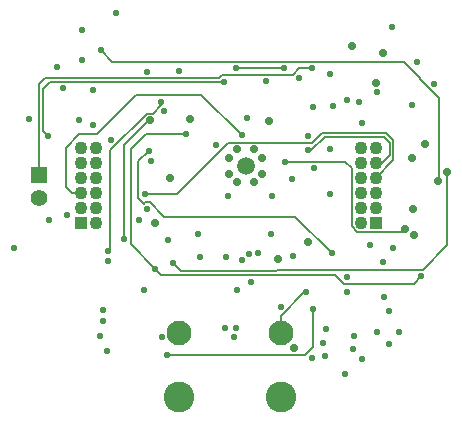
<source format=gbr>
G04 #@! TF.GenerationSoftware,KiCad,Pcbnew,7.0.7*
G04 #@! TF.CreationDate,2024-10-23T00:54:49-07:00*
G04 #@! TF.ProjectId,ESP_POE_1.4b,4553505f-504f-4455-9f31-2e34622e6b69,K*
G04 #@! TF.SameCoordinates,Original*
G04 #@! TF.FileFunction,Copper,L5,Inr*
G04 #@! TF.FilePolarity,Positive*
%FSLAX46Y46*%
G04 Gerber Fmt 4.6, Leading zero omitted, Abs format (unit mm)*
G04 Created by KiCad (PCBNEW 7.0.7) date 2024-10-23 00:54:49*
%MOMM*%
%LPD*%
G01*
G04 APERTURE LIST*
G04 #@! TA.AperFunction,ComponentPad*
%ADD10R,1.400000X1.400000*%
G04 #@! TD*
G04 #@! TA.AperFunction,ComponentPad*
%ADD11C,1.400000*%
G04 #@! TD*
G04 #@! TA.AperFunction,ComponentPad*
%ADD12C,2.100000*%
G04 #@! TD*
G04 #@! TA.AperFunction,ComponentPad*
%ADD13C,2.600000*%
G04 #@! TD*
G04 #@! TA.AperFunction,ComponentPad*
%ADD14R,1.100000X1.100000*%
G04 #@! TD*
G04 #@! TA.AperFunction,ComponentPad*
%ADD15C,1.100000*%
G04 #@! TD*
G04 #@! TA.AperFunction,ComponentPad*
%ADD16C,0.700000*%
G04 #@! TD*
G04 #@! TA.AperFunction,ComponentPad*
%ADD17C,1.500000*%
G04 #@! TD*
G04 #@! TA.AperFunction,ViaPad*
%ADD18C,0.550000*%
G04 #@! TD*
G04 #@! TA.AperFunction,ViaPad*
%ADD19C,0.700000*%
G04 #@! TD*
G04 #@! TA.AperFunction,Conductor*
%ADD20C,0.203200*%
G04 #@! TD*
G04 APERTURE END LIST*
D10*
X74389520Y-143148050D03*
D11*
X74392060Y-145177510D03*
D12*
X86256400Y-156589400D03*
D13*
X86256400Y-161949400D03*
D12*
X94896400Y-156589400D03*
D13*
X94896400Y-161949400D03*
D14*
X77927200Y-147218400D03*
D15*
X79197200Y-147218400D03*
X77927200Y-145948400D03*
X79197200Y-145948400D03*
X77927200Y-144678400D03*
X79197200Y-144678400D03*
X77927200Y-143408400D03*
X79197200Y-143408400D03*
X77927200Y-142138400D03*
X79197200Y-142138400D03*
X77927200Y-140868400D03*
X79197200Y-140868400D03*
D16*
X93288000Y-143120000D03*
X93288000Y-141720000D03*
X92588000Y-143820000D03*
X92588000Y-141020000D03*
D17*
X91888000Y-142420000D03*
D16*
X91188000Y-143820000D03*
X91188000Y-141020000D03*
X90488000Y-143120000D03*
X90488000Y-141720000D03*
D14*
X102920800Y-147218400D03*
D15*
X101650800Y-147218400D03*
X102920800Y-145948400D03*
X101650800Y-145948400D03*
X102920800Y-144678400D03*
X101650800Y-144678400D03*
X102920800Y-143408400D03*
X101650800Y-143408400D03*
X102920800Y-142138400D03*
X101650800Y-142138400D03*
X102920800Y-140868400D03*
X101650800Y-140868400D03*
D18*
X93573600Y-135261600D03*
X76384400Y-135820400D03*
X72288400Y-149402800D03*
X96367600Y-134975600D03*
X98602800Y-158496000D03*
X104241600Y-130657600D03*
X86207600Y-134367600D03*
X97180400Y-139903200D03*
X104343200Y-149343700D03*
X79774800Y-155549600D03*
X92913200Y-149809200D03*
D19*
X97180400Y-148856298D03*
D18*
X100431600Y-153130000D03*
D19*
X102903979Y-135378187D03*
D18*
X98988000Y-134620000D03*
X103479600Y-150571200D03*
X75239700Y-146964400D03*
X103987600Y-157480000D03*
X95859600Y-150032800D03*
X73558400Y-138430000D03*
D19*
X106070400Y-146100800D03*
D18*
X84767299Y-156925237D03*
X77779700Y-138561600D03*
X78028800Y-130911600D03*
X107797600Y-135483600D03*
X105968800Y-137261600D03*
X77984024Y-133483076D03*
X104827901Y-156514800D03*
X106426000Y-133654800D03*
X79552800Y-156819600D03*
X97586800Y-137464800D03*
X103632000Y-153517600D03*
D19*
X85445600Y-143459200D03*
D18*
X83566000Y-134447100D03*
X97485200Y-134162800D03*
X98988000Y-140970000D03*
X97466400Y-158718000D03*
D19*
X103530400Y-132892800D03*
X100868400Y-132232400D03*
D18*
X99314000Y-137312400D03*
X100489115Y-136874658D03*
X101041200Y-156819600D03*
D19*
X108153200Y-143713200D03*
D18*
X79603600Y-132638800D03*
X94848690Y-154352127D03*
X100431600Y-151841200D03*
X75107800Y-139852400D03*
X90078400Y-135280400D03*
X100252962Y-160044562D03*
X106730800Y-151771600D03*
X84226400Y-151130000D03*
X86798849Y-139687300D03*
D19*
X93850621Y-138610179D03*
D18*
X95148400Y-134162300D03*
X91084400Y-134144000D03*
X80924400Y-129489200D03*
X80453800Y-140258800D03*
X85293200Y-148710400D03*
X104038400Y-154686000D03*
X101701600Y-158800800D03*
D19*
X95961200Y-157835600D03*
D18*
X102972438Y-156515638D03*
D19*
X84226400Y-147269200D03*
D18*
X83874200Y-142036800D03*
X91983560Y-138360400D03*
X97028000Y-153130000D03*
X90220800Y-150114000D03*
X87833200Y-148183600D03*
X76758800Y-146608800D03*
X80162400Y-158108400D03*
X100945292Y-157900100D03*
X98988000Y-144780000D03*
X103022400Y-136120300D03*
X101752400Y-138785600D03*
X75895200Y-134061200D03*
X78943200Y-138988800D03*
X80264103Y-150432480D03*
X101498400Y-137026400D03*
X97688400Y-142627600D03*
X92151200Y-149860000D03*
X91024898Y-156179400D03*
X90881200Y-156921200D03*
X91541600Y-150418800D03*
X90127902Y-156179400D03*
X83261200Y-152940000D03*
D19*
X107086400Y-140565599D03*
X105968800Y-141732000D03*
D18*
X102385801Y-149098000D03*
X95250000Y-142087600D03*
D19*
X105359200Y-147777200D03*
X108966000Y-142900400D03*
D18*
X85750400Y-150622000D03*
D19*
X106172000Y-148234400D03*
D18*
X89357200Y-140614400D03*
X90358280Y-144969957D03*
X95808800Y-143510000D03*
X94005254Y-148208854D03*
X79825600Y-154635200D03*
X88036400Y-150164800D03*
X94132400Y-144969500D03*
X81603600Y-148590000D03*
D19*
X83810951Y-138569200D03*
X87128700Y-138417300D03*
X94640400Y-150317200D03*
D18*
X83566000Y-146050000D03*
X99163106Y-149809029D03*
X83667600Y-141122400D03*
X91541600Y-139801600D03*
X83330800Y-144780000D03*
X97129600Y-141071600D03*
X85007200Y-137787257D03*
X78994000Y-135991600D03*
X82854800Y-147015200D03*
X98450400Y-157378400D03*
X91135700Y-152921239D03*
X92298700Y-152280000D03*
X98704400Y-156210000D03*
X84696128Y-137021528D03*
X80257900Y-149606000D03*
X97611543Y-154533468D03*
X85242400Y-158464000D03*
D20*
X74389520Y-143148050D02*
X74389520Y-135465280D01*
X89644217Y-134950200D02*
X89872817Y-134721600D01*
X74904600Y-134950200D02*
X89644217Y-134950200D01*
X96416017Y-134162800D02*
X97485200Y-134162800D01*
X89872817Y-134721600D02*
X95857217Y-134721600D01*
X95857217Y-134721600D02*
X96416017Y-134162800D01*
X74389520Y-135465280D02*
X74904600Y-134950200D01*
X80568800Y-133604000D02*
X79603600Y-132638800D01*
X108254800Y-136705183D02*
X106629200Y-135079583D01*
X106629200Y-135079583D02*
X106629200Y-134975600D01*
X105257600Y-133604000D02*
X80568800Y-133604000D01*
X108153200Y-143713200D02*
X108254800Y-143611600D01*
X106629200Y-134975600D02*
X105257600Y-133604000D01*
X108254800Y-143611600D02*
X108254800Y-136705183D01*
X90078400Y-135280400D02*
X75336400Y-135280400D01*
X74719720Y-139464320D02*
X75107800Y-139852400D01*
X75336400Y-135280400D02*
X74719720Y-135897080D01*
X74719720Y-135897080D02*
X74719720Y-139464320D01*
X84734400Y-151638000D02*
X84226400Y-151130000D01*
X100207717Y-152381700D02*
X99464017Y-151638000D01*
X106730800Y-151771600D02*
X106120700Y-152381700D01*
X99464017Y-151638000D02*
X84734400Y-151638000D01*
X82143600Y-141020800D02*
X83477100Y-139687300D01*
X83477100Y-139687300D02*
X86798849Y-139687300D01*
X84226400Y-151130000D02*
X82143600Y-149047200D01*
X82143600Y-149047200D02*
X82143600Y-141020800D01*
X106120700Y-152381700D02*
X100207717Y-152381700D01*
X95148400Y-134162300D02*
X91102700Y-134162300D01*
X91102700Y-134162300D02*
X91084400Y-134144000D01*
X96856800Y-153130000D02*
X94896400Y-155090400D01*
X94896400Y-155090400D02*
X94896400Y-156589400D01*
X97028000Y-153130000D02*
X96856800Y-153130000D01*
X101328293Y-147997000D02*
X105139400Y-147997000D01*
X95250000Y-142087600D02*
X100330000Y-142087600D01*
X100872200Y-142629800D02*
X100872200Y-147540907D01*
X100330000Y-142087600D02*
X100872200Y-142629800D01*
X100872200Y-147540907D02*
X101328293Y-147997000D01*
X105139400Y-147997000D02*
X105359200Y-147777200D01*
X86436200Y-151307800D02*
X85750400Y-150622000D01*
X108966000Y-149148800D02*
X106883200Y-151231600D01*
X106883200Y-151231600D02*
X94538800Y-151231600D01*
X94538800Y-151231600D02*
X94462600Y-151307800D01*
X94462600Y-151307800D02*
X86436200Y-151307800D01*
X108966000Y-142900400D02*
X108966000Y-149148800D01*
X81603600Y-140646400D02*
X83718400Y-138531600D01*
X81603600Y-148590000D02*
X81603600Y-140646400D01*
X83667600Y-141122400D02*
X82790300Y-141999700D01*
X83789883Y-145509500D02*
X84990783Y-146710400D01*
X96064477Y-146710400D02*
X99163106Y-149809029D01*
X83234609Y-145617009D02*
X83342117Y-145509500D01*
X84990783Y-146710400D02*
X96064477Y-146710400D01*
X82790300Y-141999700D02*
X82790300Y-145172700D01*
X83342117Y-145509500D02*
X83789883Y-145509500D01*
X82790300Y-145172700D02*
X83234609Y-145617009D01*
X82620374Y-136398000D02*
X88138000Y-136398000D01*
X79267574Y-139750800D02*
X82620374Y-136398000D01*
X77774800Y-139750800D02*
X79267574Y-139750800D01*
X77165200Y-144678400D02*
X76657200Y-144170400D01*
X77927200Y-144678400D02*
X77165200Y-144678400D01*
X88138000Y-136398000D02*
X91541600Y-139801600D01*
X76657200Y-140868400D02*
X77774800Y-139750800D01*
X76657200Y-144170400D02*
X76657200Y-140868400D01*
X103784400Y-139598400D02*
X104394000Y-140208000D01*
X90406500Y-140479500D02*
X90910236Y-140479500D01*
X83330800Y-144780000D02*
X86106000Y-144780000D01*
X97505800Y-140441400D02*
X98348800Y-139598400D01*
X104394000Y-140208000D02*
X104394000Y-141935200D01*
X104394000Y-141935200D02*
X102920800Y-143408400D01*
X90948336Y-140441400D02*
X97505800Y-140441400D01*
X98348800Y-139598400D02*
X103784400Y-139598400D01*
X90910236Y-140479500D02*
X90948336Y-140441400D01*
X86106000Y-144780000D02*
X90406500Y-140479500D01*
X103428800Y-142138400D02*
X104063800Y-141503400D01*
X98581010Y-139928600D02*
X97438010Y-141071600D01*
X104063800Y-140436600D02*
X103555800Y-139928600D01*
X102920800Y-142138400D02*
X103428800Y-142138400D01*
X103555800Y-139928600D02*
X98581010Y-139928600D01*
X104063800Y-141503400D02*
X104063800Y-140436600D01*
X97438010Y-141071600D02*
X97129600Y-141071600D01*
X84696128Y-137021528D02*
X84696128Y-137299872D01*
X80416400Y-149447500D02*
X80257900Y-149606000D01*
X80416400Y-141069217D02*
X80416400Y-149447500D01*
X84696128Y-137299872D02*
X84004900Y-137991100D01*
X84004900Y-137991100D02*
X83494517Y-137991100D01*
X83494517Y-137991100D02*
X80416400Y-141069217D01*
X96907600Y-158464000D02*
X97611543Y-157760057D01*
X85242400Y-158464000D02*
X96907600Y-158464000D01*
X97611543Y-157760057D02*
X97611543Y-154533468D01*
M02*

</source>
